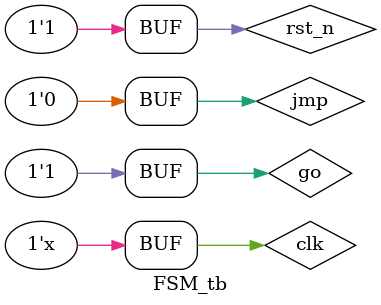
<source format=v>
module fsm_report(y1, jmp,go, clk, rst_n,state);
output y1;
input jmp,go, clk, rst_n;
reg y1;
parameter [3:0]
S0 = 4'b0000,
S1 = 4'b0001,
S2 = 4'b0010,
S3 = 4'b0011, 
S4 = 4'b0100,
S5 = 4'b0101,
S6 = 4'b0110,
S7 = 4'b0111,
S8 = 4'b1000,
S9 = 4'b1001;

output reg [3:0] state;
reg [3:0]next;
always @(posedge clk or negedge rst_n)
if (!rst_n) state <= S0;
else state <= next;
always @(state or jmp or go) begin
next=4'b0000;
y1 <= 1'b0;
case (state)
S0 : 
if (go && !jmp) next <= S1;
else if(go && jmp) next <= S3; 
else  next <= S0;
S1: begin
if (!jmp) next <= S2;
else if(jmp) next <= S3; 
end
S2: begin
next <= S3;
end	
S3: begin
y1=1;
if (jmp) next <= S3;
else if(!jmp) next <= S4; 
end		
S4: begin
y1=0;
if (jmp) next <= S3;
else if(!jmp) next <= S5; 
end	
S5: begin
y1=0;
if (jmp) next = S3;
else if(!jmp) next = S6; 
end	
S6: begin
y1=0;
if (jmp) next = S3;
else if(!jmp) next = S7; 
end	 
S7: begin
y1=0;
if (jmp) next = S3;
else if(!jmp) next = S8; 
end	
S8: begin
y1=0;
if (jmp) next = S3;
else if(!jmp) next = S9; 
end	
S9: begin
y1=1;
if (jmp) next = S3;
else if(!jmp) next = S0; 
end
endcase
end
endmodule


module FSM_tb();
reg jmp,go, clk, rst_n;
wire y1;
wire [3:0]state;
fsm_report v(y1, jmp,go, clk, rst_n,state);
initial
begin
$monitor("go =%d , jmp =%d, y1=%d ,state=%d",go,jmp,y1,state);
clk = 0;
rst_n = 0;

#25 rst_n = 1;
#10
go<=1;
jmp<=0;
#10
jmp<=0;
#10
jmp<=0;
#10
jmp<=1;
#10
jmp<=0;
#10
jmp<=1;
#10
jmp<=0;
#10
jmp<=0;
#10
jmp<=0;
#10
jmp<=0;
#10
jmp<=0;

end
always 
	begin
#5 clk = !clk; 
end
//Rest of testbench code after this line

endmodule	   

	


</source>
